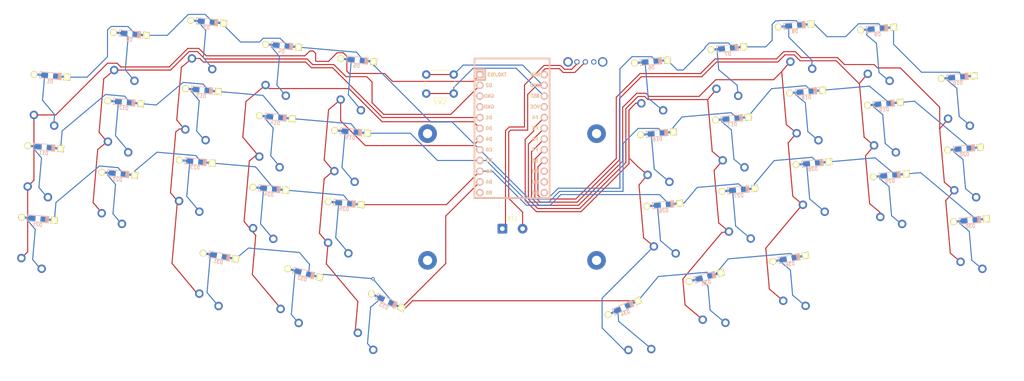
<source format=kicad_pcb>
(kicad_pcb (version 20211014) (generator pcbnew)
  (layers (0 "F.Cu" signal) (31 "B.Cu" signal) (34 "B.Paste" user) (35 "F.Paste" user) (36 "B.SilkS" user "B.Silkscreen") (37 "F.SilkS" user "F.Silkscreen") (38 "B.Mask" user) (39 "F.Mask" user) (44 "Edge.Cuts" user))
  (net 0 "")
  (net 1 "GND")
  (net 2 "Net-(BT1-Pad1)")
  (net 3 "ROW0")
  (net 4 "Net-(D1-Pad2)")
  (net 5 "Net-(D2-Pad2)")
  (net 6 "Net-(D3-Pad2)")
  (net 7 "Net-(D4-Pad2)")
  (net 8 "Net-(D5-Pad2)")
  (net 9 "Net-(D6-Pad2)")
  (net 10 "Net-(D7-Pad2)")
  (net 11 "Net-(D8-Pad2)")
  (net 12 "Net-(D9-Pad2)")
  (net 13 "Net-(D10-Pad2)")
  (net 14 "ROW1")
  (net 15 "Net-(D11-Pad2)")
  (net 16 "Net-(D12-Pad2)")
  (net 17 "Net-(D13-Pad2)")
  (net 18 "Net-(D14-Pad2)")
  (net 19 "Net-(D15-Pad2)")
  (net 20 "Net-(D16-Pad2)")
  (net 21 "Net-(D17-Pad2)")
  (net 22 "Net-(D18-Pad2)")
  (net 23 "Net-(D19-Pad2)")
  (net 24 "Net-(D20-Pad2)")
  (net 25 "ROW2")
  (net 26 "Net-(D21-Pad2)")
  (net 27 "Net-(D22-Pad2)")
  (net 28 "Net-(D23-Pad2)")
  (net 29 "Net-(D24-Pad2)")
  (net 30 "Net-(D25-Pad2)")
  (net 31 "Net-(D26-Pad2)")
  (net 32 "Net-(D27-Pad2)")
  (net 33 "Net-(D28-Pad2)")
  (net 34 "Net-(D29-Pad2)")
  (net 35 "Net-(D30-Pad2)")
  (net 36 "ROW3")
  (net 37 "Net-(D31-Pad2)")
  (net 38 "Net-(D32-Pad2)")
  (net 39 "Net-(D33-Pad2)")
  (net 40 "Net-(D34-Pad2)")
  (net 41 "Net-(D35-Pad2)")
  (net 42 "Net-(D36-Pad2)")
  (net 43 "Net-(SW1-Pad3)")
  (net 44 "RST")
  (net 45 "COL0")
  (net 46 "COL1")
  (net 47 "COL2")
  (net 48 "COL3")
  (net 49 "COL4")
  (net 50 "COL5")
  (net 51 "COL7")
  (net 52 "COL8")
  (net 53 "COL9")
  (net 54 "COL6")
  (net 55 "+BATT")
  (net 56 "Net-(U1-Pad12)")
  (net 57 "VCC")
  (net 58 "Net-(U1-Pad15)")
  (net 59 "Net-(U1-Pad14)")
  (net 60 "Net-(U1-Pad13)")
  (net 61 "Net-(U1-Pad4)")
  (net 62 "Net-(U1-Pad3)")
  (footprint "custom-parts:OS102011MA1QN1" (layer "F.Cu") (at 13.575 -77.525)
    (fp_text reference "SW1" hide)
    (fp_text value "SW_SPDT")
  )
  (footprint "custom-parts:customchocfootprint" (layer "F.Cu") (at -55.666727 -41.528217 -5)
    (fp_text reference "SW26")
    (fp_text value "SW_Push" hide)
  )
  (footprint "Button_Switch_THT:SW_PUSH_6mm" (layer "F.Cu") (at -13.477393 -70.040403 180)
    (fp_text reference "SW2")
    (fp_text value "SW_Push")
  )
  (footprint "Keebio-Parts:Diode-Hybrid-Back" (layer "F.Cu") (at -108.901259 -74.254225 -5)
    (fp_text reference "D1")
    (fp_text value "D_Small" hide)
  )
  (footprint "Keebio-Parts:Diode-Hybrid-Back" (layer "F.Cu") (at -90.116774 -84.151836 -5)
    (fp_text reference "D2")
    (fp_text value "D_Small" hide)
  )
  (footprint "Keebio-Parts:Diode-Hybrid-Back" (layer "F.Cu") (at -71.828774 -87.009336 -5)
    (fp_text reference "D3")
    (fp_text value "D_Small" hide)
  )
  (footprint "Keebio-Parts:Diode-Hybrid-Back" (layer "F.Cu") (at -54.096106 -81.356261 -5)
    (fp_text reference "D4")
    (fp_text value "D_Small" hide)
  )
  (footprint "Keebio-Parts:Diode-Hybrid-Back" (layer "F.Cu") (at -36.32076 -77.937225 -5)
    (fp_text reference "D5")
    (fp_text value "D_Small" hide)
  )
  (footprint "Keebio-Parts:Diode-Hybrid-Back" (layer "F.Cu") (at -110.411274 -57.335836 -5)
    (fp_text reference "D11")
    (fp_text value "D_Small" hide)
  )
  (footprint "Keebio-Parts:Diode-Hybrid-Back" (layer "F.Cu") (at -91.450419 -67.990133 -5)
    (fp_text reference "D12")
    (fp_text value "D_Small" hide)
  )
  (footprint "Keebio-Parts:Diode-Hybrid-Back" (layer "F.Cu") (at -37.78126 -60.982725 -5)
    (fp_text reference "D15")
    (fp_text value "D_Small" hide)
  )
  (footprint "Keebio-Parts:Diode-Hybrid-Back" (layer "F.Cu") (at -73.073274 -70.861337 -5)
    (fp_text reference "D13")
    (fp_text value "D_Small" hide)
  )
  (footprint "Keebio-Parts:Diode-Hybrid-Back" (layer "F.Cu") (at -55.608446 -64.442854 -5)
    (fp_text reference "D14")
    (fp_text value "D_Small" hide)
  )
  (footprint "custom-parts:customchocfootprint" (layer "F.Cu") (at -68.112197 -25.55839 -10)
    (fp_text reference "SW33")
    (fp_text value "SW_Push" hide)
  )
  (footprint "custom-parts:customchocfootprint" (layer "F.Cu") (at -48.647398 -21.436235 -15)
    (fp_text reference "SW34")
    (fp_text value "SW_Push" hide)
  )
  (footprint "custom-parts:customchocfootprint" (layer "F.Cu") (at -30.040361 -14.736459 -25)
    (fp_text reference "SW35")
    (fp_text value "SW_Push" hide)
  )
  (footprint "custom-parts:customchocfootprint" (layer "F.Cu") (at -52.702996 -75.403816 -5)
    (fp_text reference "SW6")
    (fp_text value "SW_Push" hide)
  )
  (footprint "custom-parts:customchocfootprint" (layer "F.Cu") (at -71.6917 -64.888778 -5)
    (fp_text reference "SW15")
    (fp_text value "SW_Push" hide)
  )
  (footprint "custom-parts:customchocfootprint" (layer "F.Cu") (at -70.130924 -81.694126 -5)
    (fp_text reference "SW5")
    (fp_text value "SW_Push" hide)
  )
  (footprint "custom-parts:customchocfootprint" (layer "F.Cu") (at -109.010209 -51.389933 -5)
    (fp_text reference "SW13")
    (fp_text value "SW_Push" hide)
  )
  (footprint "custom-parts:customchocfootprint" (layer "F.Cu") (at -34.935344 -71.962167 -5)
    (fp_text reference "SW7")
    (fp_text value "SW_Push" hide)
  )
  (footprint "custom-parts:customchocfootprint" (layer "F.Cu") (at -90.01279 -62.004591 -5)
    (fp_text reference "SW14")
    (fp_text value "SW_Push" hide)
  )
  (footprint "custom-parts:customchocfootprint" (layer "F.Cu") (at -54.184644 -58.468507 -5)
    (fp_text reference "SW16")
    (fp_text value "SW_Push" hide)
  )
  (footprint "custom-parts:customchocfootprint" (layer "F.Cu") (at -88.531142 -78.939901 -5)
    (fp_text reference "SW4")
    (fp_text value "SW_Push" hide)
  )
  (footprint "custom-parts:customchocfootprint" (layer "F.Cu") (at -107.528562 -68.325244 -5)
    (fp_text reference "SW3")
    (fp_text value "SW_Push" hide)
  )
  (footprint "Keebio-Parts:Diode-Hybrid-Back" (layer "F.Cu") (at -111.883432 -40.403743 -5)
    (fp_text reference "D21")
    (fp_text value "D_Small" hide)
  )
  (footprint "Keebio-Parts:Diode-Hybrid-Back" (layer "F.Cu") (at -92.896932 -51.071743 -5)
    (fp_text reference "D22")
    (fp_text value "D_Small" hide)
  )
  (footprint "Keebio-Parts:Diode-Hybrid-Back" (layer "F.Cu") (at -74.543105 -53.924261 -5)
    (fp_text reference "D23")
    (fp_text value "D_Small" hide)
  )
  (footprint "Keebio-Parts:Diode-Hybrid-Back" (layer "F.Cu") (at -57.082933 -47.515742 -5)
    (fp_text reference "D24")
    (fp_text value "D_Small" hide)
  )
  (footprint "Keebio-Parts:Diode-Hybrid-Back" (layer "F.Cu") (at -39.300605 -44.081761 -5)
    (fp_text reference "D25")
    (fp_text value "D_Small" hide)
  )
  (footprint "Keebio-Parts:Diode-Hybrid-Back" (layer "F.Cu") (at -68.957433 -31.577244 -10)
    (fp_text reference "D31")
    (fp_text value "D_Small" hide)
  )
  (footprint "custom-parts:customchocfootprint" (layer "F.Cu") (at -73.173347 -47.953468 -5)
    (fp_text reference "SW25")
    (fp_text value "SW_Push" hide)
  )
  (footprint "Keebio-Parts:Diode-Hybrid-Back" (layer "F.Cu") (at -48.973729 -27.558089 -15)
    (fp_text reference "D32")
    (fp_text value "D_Small" hide)
  )
  (footprint "Keebio-Parts:Diode-Hybrid-Back" (layer "F.Cu") (at -29.396933 -20.972743 -25)
    (fp_text reference "D33")
    (fp_text value "D_Small" hide)
  )
  (footprint "custom-parts:customchocfootprint" (layer "F.Cu") (at -36.416991 -55.026857 -5)
    (fp_text reference "SW17")
    (fp_text value "SW_Push" hide)
  )
  (footprint "custom-parts:customchocfootprint" (layer "F.Cu") (at -110.492293 -34.449642 -5)
    (fp_text reference "SW23")
    (fp_text value "SW_Push" hide)
  )
  (footprint "custom-parts:customchocfootprint" (layer "F.Cu") (at -91.494873 -45.0643 -5)
    (fp_text reference "SW24")
    (fp_text value "SW_Push" hide)
  )
  (footprint "Keebio-Parts:Diode-Hybrid-Back" (layer "F.Cu") (at 33.207257 -77.599758 5)
    (fp_text reference "D6")
    (fp_text value "D_Small" hide)
  )
  (footprint "Keebio-Parts:Diode-Hybrid-Back" (layer "F.Cu") (at 51.309649 -80.753105 5)
    (fp_text reference "D7")
    (fp_text value "D_Small" hide)
  )
  (footprint "Keebio-Parts:Diode-Hybrid-Back" (layer "F.Cu") (at 67.195102 -86.152293 5)
    (fp_text reference "D8")
    (fp_text value "D_Small" hide)
  )
  (footprint "Keebio-Parts:Diode-Hybrid-Back" (layer "F.Cu") (at 86.73543 -85.399776 5)
    (fp_text reference "D9")
    (fp_text value "D_Small" hide)
  )
  (footprint "custom-parts:customchocfootprint" (layer "F.Cu") (at 49.301725 -21.481066 15)
    (fp_text reference "SW37")
    (fp_text value "SW_Push" hide)
  )
  (footprint "custom-parts:customchocfootprint" (layer "F.Cu") (at 73.815253 -47.939492 5)
    (fp_text reference "SW30")
    (fp_text value "SW_Push" hide)
  )
  (footprint "custom-parts:customchocfootprint" (layer "F.Cu") (at 92.13678 -45.050322 5)
    (fp_text reference "SW31")
    (fp_text value "SW_Push" hide)
  )
  (footprint "custom-parts:customchocfootprint" (layer "F.Cu") (at 30.784651 -14.902162 25)
    (fp_text reference "SW36")
    (fp_text value "SW_Push" hide)
  )
  (footprint "custom-parts:customchocfootprint" (layer "F.Cu") (at 68.776487 -25.604092 10)
    (fp_text reference "SW38")
    (fp_text value "SW_Push" hide)
  )
  (footprint "custom-parts:customchocfootprint" (layer "F.Cu") (at 35.577248 -71.948188 5)
    (fp_text reference "SW8")
    (fp_text value "SW_Push" hide)
  )
  (footprint "custom-parts:customchocfootprint" (layer "F.Cu") (at 72.333607 -64.874805 5)
    (fp_text reference "SW20")
    (fp_text value "SW_Push" hide)
  )
  (footprint "custom-parts:customchocfootprint" (layer "F.Cu") (at 56.30683 -41.597899 5)
    (fp_text reference "SW29")
    (fp_text value "SW_Push" hide)
  )
  (footprint "Keebio-Parts:Diode-Hybrid-Back" (layer "F.Cu") (at 26.602098 -19.345111 25)
    (fp_text reference "D34")
    (fp_text value "D_Small" hide)
  )
  (footprint "Keebio-Parts:Diode-Hybrid-Back" (layer "F.Cu") (at 45.987225 -26.585621 15)
    (fp_text reference "D35")
    (fp_text value "D_Small" hide)
  )
  (footprint "custom-parts:customchocfootprint" (layer "F.Cu") (at 70.852832 -81.800151 5)
    (fp_text reference "SW10")
    (fp_text value "SW_Push" hide)
  )
  (footprint "custom-parts:customchocfootprint" (layer "F.Cu") (at 108.170467 -68.311272 5)
    (fp_text reference "SW12")
    (fp_text value "SW_Push" hide)
  )
  (footprint "Keebio-Parts:Diode-Hybrid-Back" (layer "F.Cu") (at 65.921909 -30.996156 10)
    (fp_text reference "D36")
    (fp_text value "D_Small" hide)
  )
  (footprint "custom-parts:customchocfootprint" (layer "F.Cu") (at 53.344901 -75.389841 5)
    (fp_text reference "SW9")
    (fp_text value "SW_Push" hide)
  )
  (footprint "custom-parts:customchocfootprint" (layer "F.Cu") (at 89.173048 -78.925925 5)
    (fp_text reference "SW11")
    (fp_text value "SW_Push" hide)
  )
  (footprint "Keebio-Parts:Diode-Hybrid-Back" (layer "F.Cu") (at 53.903602 -47.236794 5)
    (fp_text reference "D27")
    (fp_text value "D_Small" hide)
  )
  (footprint "Keebio-Parts:Diode-Hybrid-Back" (layer "F.Cu") (at 88.308943 -67.597887 5)
    (fp_text reference "D19")
    (fp_text value "D_Small" hide)
  )
  (footprint "custom-parts:customchocfootprint" (layer "F.Cu") (at 37.058895 -55.012882 5)
    (fp_text reference "SW18")
    (fp_text value "SW_Push" hide)
  )
  (footprint "custom-parts:customchocfootprint" (layer "F.Cu") (at 109.652116 -51.375959 5)
    (fp_text reference "SW22")
    (fp_text value "SW_Push" hide)
  )
  (footprint "custom-parts:customchocfootprint" (layer "F.Cu") (at 111.134198 -34.43567 5)
    (fp_text reference "SW32")
    (fp_text value "SW_Push" hide)
  )
  (footprint "Keebio-Parts:Diode-Hybrid-Back" (layer "F.Cu") (at 105.785429 -73.911776 5)
    (fp_text reference "D10")
    (fp_text value "D_Small" hide)
  )
  (footprint "Keebio-Parts:Diode-Hybrid-Back" (layer "F.Cu") (at 107.295442 -56.993386 5)
    (fp_text reference "D20")
    (fp_text value "D_Small" hide)
  )
  (footprint "Keebio-Parts:Diode-Hybrid-Back" (layer "F.Cu") (at 36.12593 -43.708182 5)
    (fp_text reference "D26")
    (fp_text value "D_Small" hide)
  )
  (footprint "Keebio-Parts:Diode-Hybrid-Back" (layer "F.Cu") (at 71.434257 -53.533258 5)
    (fp_text reference "D28")
    (fp_text value "D_Small" hide)
  )
  (footprint "Keebio-Parts:Diode-Hybrid-Back" (layer "F.Cu") (at 89.71993 -50.670777 5)
    (fp_text reference "D29")
    (fp_text value "D_Small" hide)
  )
  (footprint "Keebio-Parts:Diode-Hybrid-Back" (layer "F.Cu") (at 34.651443 -60.612887 5)
    (fp_text reference "D16")
    (fp_text value "D_Small" hide)
  )
  (footprint "Keebio-Parts:Diode-Hybrid-Back" (layer "F.Cu") (at 52.367943 -64.105387 5)
    (fp_text reference "D17")
    (fp_text value "D_Small" hide)
  )
  (footprint "Keebio-Parts:Diode-Hybrid-Back" (layer "F.Cu") (at 108.720417 -40.030165 5)
    (fp_text reference "D30")
    (fp_text value "D_Small" hide)
  )
  (footprint "Keebio-Parts:Diode-Hybrid-Back" (layer "F.Cu") (at 69.90793 -70.482776 5)
    (fp_text reference "D18")
    (fp_text value "D_Small" hide)
  )
  (footprint "custom-parts:customchocfootprint" (layer "F.Cu") (at 90.654696 -61.990612 5)
    (fp_text reference "SW21")
    (fp_text value "SW_Push" hide)
  )
  (footprint "custom-parts:customchocfootprint" (layer "F.Cu") (at 54.82655 -58.454533 5)
    (fp_text reference "SW19")
    (fp_text value "SW_Push" hide)
  )
  (footprint "custom-parts:customchocfootprint" (layer "F.Cu") (at 38.540548 -38.077572 5)
    (fp_text reference "SW28")
    (fp_text value "SW_Push" hide)
  )
  (footprint "MountingHole:MountingHole_2.2mm_M2_Pad" (layer "F.Cu") (at -19.675 -30.55)
    (fp_text reference "REF**" hide)
    (fp_text value "MountingHole_2.2mm_M2_Pad")
  )
  (footprint "MountingHole:MountingHole_2.2mm_M2_Pad" (layer "F.Cu") (at 20.325 -30.55)
    (fp_text reference "REF**" hide)
    (fp_text value "MountingHole_2.2mm_M2_Pad")
  )
  (footprint "MountingHole:MountingHole_2.2mm_M2_Pad" (layer "F.Cu") (at 20.325 -60.55)
    (fp_text reference "REF**" hide)
    (fp_text value "MountingHole_2.2mm_M2_Pad")
  )
  (footprint "MountingHole:MountingHole_2.2mm_M2_Pad" (layer "F.Cu") (at -19.675 -60.55)
    (fp_text reference "REF**" hide)
    (fp_text value "MountingHole_2.2mm_M2_Pad")
  )
  (footprint "Connector_Wire:battery" (layer "F.Cu") (at -1.975 -38.05)
    (fp_text reference "BT1")
    (fp_text value "Battery_Cell")
  )
  (footprint "custom-parts:customchocfootprint" (layer "F.Cu") (at -37.898639 -38.091547 -5)
    (fp_text reference "SW27")
    (fp_text value "SW_Push" hide)
  )
  (footprint "Keebio-Parts:ArduinoProMicro" (layer "F.Cu") (at 0.325 -60.55 -90)
    (fp_text reference "U1" hide)
    (fp_text value "ProMicro" hide)
  )
  (segment (start 4.014336 -61.37501) (end 4.014336 -69.80866) (width 0.25) (layer "F.Cu") (net 1))
  (segment (start 4.014336 -69.80866) (end 6.205676 -72) (width 0.25) (layer "F.Cu") (net 1))
  (segment (start 2.838 -41.926326) (end 2.825 -41.913326) (width 0.25) (layer "F.Cu") (net 1))
  (segment (start -0.005337 -44.769663) (end -0.47501 -45.239336) (width 0.25) (layer "F.Cu") (net 1))
  (segment (start -0.47501 -60.935664) (end -0.035664 -61.37501) (width 0.25) (layer "F.Cu") (net 1))
  (segment (start 6.205676 -72) (end 7.65 -72) (width 0.25) (layer "F.Cu") (net 1))
  (segment (start -19.977393 -74.540403) (end -13.609597 -74.540403) (width 0.25) (layer "F.Cu") (net 1))
  (segment (start 2.825 -41.913326) (end 2.825 -38.05) (width 0.25) (layer "F.Cu") (net 1))
  (segment (start -0.47501 -45.239336) (end -0.47501 -60.935664) (width 0.25) (layer "F.Cu") (net 1))
  (segment (start 2.838 -41.926326) (end -0.005337 -44.769663) (width 0.25) (layer "F.Cu") (net 1))
  (segment (start -0.035664 -61.37501) (end 4.014336 -61.37501) (width 0.25) (layer "F.Cu") (net 1))
  (segment (start -11.246485 -76.771311) (end 2.828689 -76.771311) (width 0.25) (layer "B.Cu") (net 1))
  (segment (start 2.828689 -76.771311) (end 7.675 -71.925) (width 0.25) (layer "B.Cu") (net 1))
  (segment (start -13.477393 -74.540403) (end -11.246485 -76.771311) (width 0.25) (layer "B.Cu") (net 1))
  (segment (start 3.264326 -72.061252) (end 7.888073 -76.684999) (width 0.25) (layer "F.Cu") (net 2))
  (segment (start 14.415001 -75.774999) (end 15.525 -76.884998) (width 0.25) (layer "F.Cu") (net 2))
  (segment (start 7.888073 -76.684999) (end 11.824999 -76.684999) (width 0.25) (layer "F.Cu") (net 2))
  (segment (start -0.346328 -62.12502) (end 3.22502 -62.12502) (width 0.25) (layer "F.Cu") (net 2))
  (segment (start 3.22502 -62.12502) (end 3.264326 -62.164326) (width 0.25) (layer "F.Cu") (net 2))
  (segment (start 15.525 -76.884998) (end 15.525 -77.45) (width 0.25) (layer "F.Cu") (net 2))
  (segment (start 11.824999 -76.684999) (end 12.734999 -75.774999) (width 0.25) (layer "F.Cu") (net 2))
  (segment (start 3.264326 -62.164326) (end 3.264326 -72.061252) (width 0.25) (layer "F.Cu") (net 2))
  (segment (start -1.22502 -44.928672) (end -1.225019 -61.246329) (width 0.25) (layer "F.Cu") (net 2))
  (segment (start 12.734999 -75.774999) (end 14.415001 -75.774999) (width 0.25) (layer "F.Cu") (net 2))
  (segment (start -1.225019 -61.246329) (end -0.346328 -62.12502) (width 0.25) (layer "F.Cu") (net 2))
  (segment (start -1.22502 -44.928672) (end -1.22502 -38.99998) (width 0.25) (layer "F.Cu") (net 2))
  (segment (start -7.675 -56.575) (end -7.325 -56.575) (width 0.25) (layer "F.Cu") (net 3))
  (segment (start -32.435601 -77.597318) (end -32.435601 -76.694263) (width 0.25) (layer "F.Cu") (net 3))
  (segment (start -32.435601 -76.694263) (end -32.404411 -76.663073) (width 0.25) (layer "F.Cu") (net 3))
  (segment (start 107.074586 -74.273512) (end 107.095662 -74.032603) (width 0.25) (layer "B.Cu") (net 3))
  (segment (start 28.723436 -78.770191) (end 33.373361 -78.770191) (width 0.25) (layer "B.Cu") (net 3))
  (segment (start 37.092416 -77.939665) (end 39.419923 -75.612158) (width 0.25) (layer "B.Cu") (net 3))
  (segment (start 87.081698 -86.570199) (end 88.130103 -85.521794) (width 0.25) (layer "B.Cu") (net 3))
  (segment (start -67.943615 -86.238945) (end -63.939835 -82.235165) (width 0.25) (layer "B.Cu") (net 3))
  (segment (start 51.579445 -82) (end 52.704322 -80.875123) (width 0.25) (layer "B.Cu") (net 3))
  (segment (start 82.345346 -86.570199) (end 87.081698 -86.570199) (width 0.25) (layer "B.Cu") (net 3))
  (segment (start -7.075 -56.55) (end -7.2 -56.675) (width 0.25) (layer "B.Cu") (net 3))
  (segment (start 39.419923 -75.612158) (end 40.815189 -75.612158) (width 0.25) (layer "B.Cu") (net 3))
  (segment (start 46.996037 -82) (end 51.579445 -82) (width 0.25) (layer "B.Cu") (net 3))
  (segment (start 90.620589 -85.739683) (end 90.620589 -81.704398) (width 0.25) (layer "B.Cu") (net 3))
  (segment (start 55.194808 -81.093012) (end 60.368012 -81.093012) (width 0.25) (layer "B.Cu") (net 3))
  (segment (start 63.375 -87.237386) (end 63.46033 -87.322716) (width 0.25) (layer "B.Cu") (net 3))
  (segment (start 45.99949 -81.003453) (end 46.996037 -82) (width 0.25) (layer "B.Cu") (net 3))
  (segment (start 67.54137 -87.322716) (end 68.589775 -86.274311) (width 0.25) (layer "B.Cu") (net 3))
  (segment (start 90.620589 -81.704398) (end 97.242788 -75.082199) (width 0.25) (layer "B.Cu") (net 3))
  (segment (start -32.435601 -76.794262) (end -18.941339 -63.3) (width 0.25) (layer "B.Cu") (net 3))
  (segment (start 45.99949 -80.796459) (end 45.99949 -81.003453) (width 0.25) (layer "B.Cu") (net 3))
  (segment (start 8.7037 -45.0787) (end 11.25002 -47.62502) (width 0.25) (layer "B.Cu") (net 3))
  (segment (start 60.368012 -81.093012) (end 61.884943 -82.609943) (width 0.25) (layer "B.Cu") (net 3))
  (segment (start -54.588358 -83.121168) (end -52.701433 -81.234243) (width 0.25) (layer "B.Cu") (net 3))
  (segment (start 4.3663 -45.0787) (end 8.7037 -45.0787) (width 0.25) (layer "B.Cu") (net 3))
  (segment (start -95.426933 -78.748067) (end -100.260682 -73.914318) (width 0.25) (layer "B.Cu") (net 3))
  (segment (start -90.609026 -85.916743) (end -94.592188 -85.916743) (width 0.25) (layer "B.Cu") (net 3))
  (segment (start 74.871008 -83.504509) (end 79.279656 -83.504509) (width 0.25) (layer "B.Cu") (net 3))
  (segment (start -88.722101 -84.029818) (end -90.609026 -85.916743) (width 0.25) (layer "B.Cu") (net 3))
  (segment (start 61.884943 -86.402641) (end 62.719688 -87.237386) (width 0.25) (layer "B.Cu") (net 3))
  (segment (start 79.279656 -83.504509) (end 82.345346 -86.570199) (width 0.25) (layer "B.Cu") (net 3))
  (segment (start -63.939835 -82.235165) (end -59.457523 -82.235165) (width 0.25) (layer "B.Cu") (net 3))
  (segment (start 11.25002 -47.62502) (end 25.84999 -47.62502) (width 0.25) (layer "B.Cu") (net 3))
  (segment (start -72.321026 -88.774243) (end -70.434101 -86.887318) (width 0.25) (layer "B.Cu") (net 3))
  (segment (start 62.719688 -87.237386) (end 63.375 -87.237386) (width 0.25) (layer "B.Cu") (net 3))
  (segment (start -67.943615 -86.669429) (end -67.943615 -86.238945) (width 0.25) (layer "B.Cu") (net 3))
  (segment (start 34.421776 -77.721776) (end 34.60193 -77.721776) (width 0.25) (layer "B.Cu") (net 3))
  (segment (start 106.131697 -75.082199) (end 107.180102 -74.033794) (width 0.25) (layer "B.Cu") (net 3))
  (segment (start -94.592188 -85.916743) (end -95.426933 -85.081998) (width 0.25) (layer "B.Cu") (net 3))
  (segment (start -100.260682 -73.914318) (end -105.0161 -73.914318) (width 0.25) (layer "B.Cu") (net 3))
  (segment (start 25.84999 -75.896745) (end 28.723436 -78.770191) (width 0.25) (layer "B.Cu") (net 3))
  (segment (start 71.080261 -86.4922) (end 71.883317 -86.4922) (width 0.25) (layer "B.Cu") (net 3))
  (segment (start -51.605619 -81.138371) (end -36.466883 -79.813904) (width 0.25) (layer "B.Cu") (net 3))
  (segment (start 33.373361 -78.770191) (end 34.421776 -77.721776) (width 0.25) (layer "B.Cu") (net 3))
  (segment (start -7.075 -56.201926) (end -7.075 -56.55) (width 0.25) (layer "B.Cu") (net 3))
  (segment (start -58.57152 -83.121168) (end -54.588358 -83.121168) (width 0.25) (layer "B.Cu") (net 3))
  (segment (start -95.426933 -85.081998) (end -95.426933 -78.748067) (width 0.25) (layer "B.Cu") (net 3))
  (segment (start 40.815189 -75.612158) (end 45.99949 -80.796459) (width 0.25) (layer "B.Cu") (net 3))
  (segment (start -76.304188 -88.774243) (end -72.321026 -88.774243) (width 0.25) (layer "B.Cu") (net 3))
  (segment (start 71.883317 -86.4922) (end 74.871008 -83.504509) (width 0.25) (layer "B.Cu") (net 3))
  (segment (start -81.266502 -83.811929) (end -76.304188 -88.774243) (width 0.25) (layer "B.Cu") (net 3))
  (segment (start 25.84999 -47.62502) (end 25.84999 -75.896745) (width 0.25) (layer "B.Cu") (net 3))
  (segment (start 61.884943 -82.609943) (end 61.884943 -86.402641) (width 0.25) (layer "B.Cu") (net 3))
  (segment (start 63.46033 -87.322716) (end 67.54137 -87.322716) (width 0.25) (layer "B.Cu") (net 3))
  (segment (start -18.941339 -63.3) (end -13.855 -63.3) (width 0.25) (layer "B.Cu") (net 3))
  (segment (start 97.242788 -75.082199) (end 106.131697 -75.082199) (width 0.25) (layer "B.Cu") (net 3))
  (segment (start -59.457523 -82.235165) (end -58.57152 -83.121168) (width 0.25) (layer "B.Cu") (net 3))
  (segment (start -13.855 -63.3) (end -7.295 -56.74) (width 0.25) (layer "B.Cu") (net 3))
  (segment (start -7.295 -56.74) (end 4.3663 -45.0787) (width 0.25) (layer "B.Cu") (net 3))
  (segment (start -36.466883 -79.813904) (end -34.923355 -77.974398) (width 0.25) (layer "B.Cu") (net 3))
  (segment (start -86.231615 -83.811929) (end -81.266502 -83.811929) (width 0.25) (layer "B.Cu") (net 3))
  (segment (start -32.435601 -77.597318) (end -32.435601 -76.794262) (width 0.25) (layer "B.Cu") (net 3))
  (segment (start -107.953055 -65.045817) (end -108.234626 -61.827453) (width 0.25) (layer "B.Cu") (net 4))
  (segment (start -110.295932 -74.376243) (end -110.813948 -68.455296) (width 0.25) (layer "B.Cu") (net 4))
  (segment (start -110.813948 -68.455296) (end -107.953055 -65.045817) (width 0.25) (layer "B.Cu") (net 4))
  (segment (start -91.212517 -75.643242) (end -89.37463 -73.452934) (width 0.25) (layer "B.Cu") (net 5))
  (segment (start -91.312208 -84.256423) (end -90.539525 -83.335575) (width 0.25) (layer "B.Cu") (net 5))
  (segment (start -90.539525 -83.335575) (end -91.212517 -75.643242) (width 0.25) (layer "B.Cu") (net 5))
  (segment (start -91.511447 -84.273854) (end -91.312208 -84.256423) (width 0.25) (layer "B.Cu") (net 5))
  (segment (start -72.179739 -84.952458) (end -72.74029 -78.545324) (width 0.25) (layer "B.Cu") (net 6))
  (segment (start -73.297529 -86.284589) (end -72.179739 -84.952458) (width 0.25) (layer "B.Cu") (net 6))
  (segment (start -72.74029 -78.545324) (end -70.924221 -76.381017) (width 0.25) (layer "B.Cu") (net 6))
  (segment (start -73.223447 -87.131354) (end -73.297529 -86.284589) (width 0.25) (layer "B.Cu") (net 6))
  (segment (start -56.586593 -81.57415) (end -56.630171 -81.076053) (width 0.25) (layer "B.Cu") (net 7))
  (segment (start -55.333054 -72.018501) (end -53.139594 -69.404437) (width 0.25) (layer "B.Cu") (net 7))
  (segment (start -54.737917 -78.820953) (end -55.333054 -72.018501) (width 0.25) (layer "B.Cu") (net 7))
  (segment (start -56.630171 -81.076053) (end -54.737917 -78.820953) (width 0.25) (layer "B.Cu") (net 7))
  (segment (start -37.715433 -78.059243) (end -38.441207 -69.763603) (width 0.25) (layer "B.Cu") (net 8))
  (segment (start -38.441207 -69.763603) (end -35.701502 -66.498549) (width 0.25) (layer "B.Cu") (net 8))
  (segment (start 31.812584 -77.47774) (end 32.560035 -68.934334) (width 0.25) (layer "B.Cu") (net 9))
  (segment (start 32.560035 -68.934334) (end 35.884122 -66.145094) (width 0.25) (layer "B.Cu") (net 9))
  (segment (start 53.60248 -71.997447) (end 53.821052 -69.499163) (width 0.25) (layer "B.Cu") (net 10))
  (segment (start 49.246328 -75.652693) (end 53.60248 -71.997447) (width 0.25) (layer "B.Cu") (net 10))
  (segment (start 48.819163 -80.535215) (end 49.246328 -75.652693) (width 0.25) (layer "B.Cu") (net 10))
  (segment (start 64.704616 -85.934404) (end 64.748194 -85.436307) (width 0.25) (layer "B.Cu") (net 11))
  (segment (start 65.800429 -86.030275) (end 65.800429 -83.411552) (width 0.25) (layer "B.Cu") (net 11))
  (segment (start 71.3 -77.911981) (end 71.3 -75.8) (width 0.25) (layer "B.Cu") (net 11))
  (segment (start 65.800429 -83.411552) (end 71.3 -77.911981) (width 0.25) (layer "B.Cu") (net 11))
  (segment (start 86.575014 -81.945193) (end 87.17953 -75.035547) (width 0.25) (layer "B.Cu") (net 12))
  (segment (start 87.17953 -75.035547) (end 89.454494 -73.126626) (width 0.25) (layer "B.Cu") (net 12))
  (segment (start 84.244943 -85.181886) (end 84.288521 -84.683789) (width 0.25) (layer "B.Cu") (net 12))
  (segment (start 84.288521 -83.863789) (end 86.575014 -81.945193) (width 0.25) (layer "B.Cu") (net 12))
  (segment (start 84.288521 -84.683789) (end 84.288521 -83.863789) (width 0.25) (layer "B.Cu") (net 12))
  (segment (start 108.746574 -62.448408) (end 108.87309 -62.459477) (width 0.25) (layer "B.Cu") (net 13))
  (segment (start 106.159605 -64.619132) (end 108.746574 -62.448408) (width 0.25) (layer "B.Cu") (net 13))
  (segment (start 103.294943 -73.693886) (end 103.33852 -73.195789) (width 0.25) (layer "B.Cu") (net 13))
  (segment (start 103.33852 -73.195789) (end 105.573305 -71.320582) (width 0.25) (layer "B.Cu") (net 13))
  (segment (start 105.573305 -71.320582) (end 106.159605 -64.619132) (width 0.25) (layer "B.Cu") (net 13))
  (segment (start 54.85843 -64.323276) (end 56.053863 -64.427863) (width 0.25) (layer "B.Cu") (net 14))
  (segment (start 38.536602 -60.952794) (end 38.445088 -61.998799) (width 0.25) (layer "B.Cu") (net 14))
  (segment (start 84.895484 -71.794017) (end 89.528763 -67.906234) (width 0.25) (layer "B.Cu") (net 14))
  (segment (start 73.793089 -70.822683) (end 84.895484 -71.794017) (width 0.25) (layer "B.Cu") (net 14))
  (segment (start 61.734822 -71.198166) (end 69.814418 -71.905039) (width 0.25) (layer "B.Cu") (net 14))
  (segment (start 56.053863 -64.427863) (end 61.734822 -71.198166) (width 0.25) (layer "B.Cu") (net 14))
  (segment (start 38.445088 -61.998799) (end 40.545074 -64.501464) (width 0.25) (layer "B.Cu") (net 14))
  (segment (start 52.141419 -65.516013) (end 53.642288 -64.256634) (width 0.25) (layer "B.Cu") (net 14))
  (segment (start 108.693819 -57.222752) (end 108.694327 -57.216947) (width 0.25) (layer "B.Cu") (net 14))
  (segment (start 95.571938 -68.233317) (end 108.693819 -57.222752) (width 0.25) (layer "B.Cu") (net 14))
  (segment (start 92.194102 -67.937795) (end 95.571938 -68.233317) (width 0.25) (layer "B.Cu") (net 14))
  (segment (start 40.545074 -64.501464) (end 52.141419 -65.516013) (width 0.25) (layer "B.Cu") (net 14))
  (segment (start 69.814418 -71.905039) (end 71.313566 -70.647105) (width 0.25) (layer "B.Cu") (net 14))
  (segment (start 4.05564 -44.3287) (end -5.81566 -54.2) (width 0.25) (layer "B.Cu") (net 14))
  (segment (start -95.89278 -69.809233) (end -91.361382 -69.412787) (width 0.25) (layer "B.Cu") (net 14))
  (segment (start -23.762972 -60.642818) (end -17.320154 -54.2) (width 0.25) (layer "B.Cu") (net 14))
  (segment (start -6.55 -54.175) (end -7.075 -54.175) (width 0.25) (layer "B.Cu") (net 14))
  (segment (start -69.188115 -70.521429) (end -58.632653 -69.597946) (width 0.25) (layer "B.Cu") (net 14))
  (segment (start -91.361382 -69.412787) (end -90.223202 -68.056356) (width 0.25) (layer "B.Cu") (net 14))
  (segment (start -83.893267 -67.328967) (end -77.515634 -72.680437) (width 0.25) (layer "B.Cu") (net 14))
  (segment (start 9.01436 -44.3287) (end 4.05564 -44.3287) (width 0.25) (layer "B.Cu") (net 14))
  (segment (start -106.158738 -61.195072) (end -95.89278 -69.809233) (width 0.25) (layer "B.Cu") (net 14))
  (segment (start -87.56526 -67.650225) (end -83.893267 -67.328967) (width 0.25) (layer "B.Cu") (net 14))
  (segment (start -53.117959 -64.224965) (end -37.7916 -62.884082) (width 0.25) (layer "B.Cu") (net 14))
  (segment (start 26.6 -58.215698) (end 26.6 -46.87501) (width 0.25) (layer "B.Cu") (net 14))
  (segment (start 30.167622 -61.78332) (end 26.6 -58.215698) (width 0.25) (layer "B.Cu") (net 14))
  (segment (start -58.632653 -69.597946) (end -54.211068 -64.328507) (width 0.25) (layer "B.Cu") (net 14))
  (segment (start 11.56067 -46.87501) (end 9.01436 -44.3287) (width 0.25) (layer "B.Cu") (net 14))
  (segment (start -106.526115 -56.995929) (end -106.158738 -61.195072) (width 0.25) (layer "B.Cu") (net 14))
  (segment (start 36.046116 -60.734905) (end 34.997701 -61.78332) (width 0.25) (layer "B.Cu") (net 14))
  (segment (start 26.6 -46.87501) (end 11.56067 -46.87501) (width 0.25) (layer "B.Cu") (net 14))
  (segment (start -77.515634 -72.680437) (end -72.778946 -72.26603) (width 0.25) (layer "B.Cu") (net 14))
  (segment (start -33.896101 -60.642818) (end -23.762972 -60.642818) (width 0.25) (layer "B.Cu") (net 14))
  (segment (start 34.997701 -61.78332) (end 30.167622 -61.78332) (width 0.25) (layer "B.Cu") (net 14))
  (segment (start -17.320154 -54.2) (end -7.295 -54.2) (width 0.25) (layer "B.Cu") (net 14))
  (segment (start -5.81566 -54.2) (end -7.295 -54.2) (width 0.25) (layer "B.Cu") (net 14))
  (segment (start -72.778946 -72.26603) (end -71.629901 -70.896652) (width 0.25) (layer "B.Cu") (net 14))
  (segment (start -37.7916 -62.884082) (end -36.185216 -60.969669) (width 0.25) (layer "B.Cu") (net 14))
  (segment (start -111.0464 -54.792561) (end -111.657264 -47.81036) (width 0.25) (layer "B.Cu") (net 15))
  (segment (start -109.781967 -45.575469) (end -109.779788 -45.600373) (width 0.25) (layer "B.Cu") (net 15))
  (segment (start -111.657264 -47.81036) (end -109.781967 -45.575469) (width 0.25) (layer "B.Cu") (net 15))
  (segment (start -112.945339 -57.055628) (end -111.0464 -54.792561) (width 0.25) (layer "B.Cu") (net 15))
  (segment (start -112.901761 -57.553725) (end -112.945339 -57.055628) (width 0.25) (layer "B.Cu") (net 15))
  (segment (start -92.845092 -68.112151) (end -93.547593 -60.082529) (width 0.25) (layer "B.Cu") (net 16))
  (segment (start -93.547593 -60.082529) (end -90.44161 -56.380965) (width 0.25) (layer "B.Cu") (net 16))
  (segment (start -74.34747 -61.209586) (end -72.585803 -59.110113) (width 0.25) (layer "B.Cu") (net 17))
  (segment (start -75.607339 -70.581129) (end -73.723939 -68.33658) (width 0.25) (layer "B.Cu") (net 17))
  (segment (start -73.723939 -68.33658) (end -74.34747 -61.209586) (width 0.25) (layer "B.Cu") (net 17))
  (segment (start -75.563761 -71.079226) (end -75.607339 -70.581129) (width 0.25) (layer "B.Cu") (net 17))
  (segment (start -58.14251 -64.162646) (end -56.220728 -61.872356) (width 0.25) (layer "B.Cu") (net 18))
  (segment (start -56.220728 -61.872356) (end -56.795093 -55.307336) (width 0.25) (layer "B.Cu") (net 18))
  (segment (start -58.098932 -64.660744) (end -58.14251 -64.162646) (width 0.25) (layer "B.Cu") (net 18))
  (segment (start -54.760714 -52.882857) (end -54.767251 -52.808143) (width 0.25) (layer "B.Cu") (net 18))
  (segment (start -56.795093 -55.307336) (end -54.760714 -52.882857) (width 0.25) (layer "B.Cu") (net 18))
  (segment (start -39.175932 -61.104743) (end -39.926151 -52.529704) (width 0.25) (layer "B.Cu") (net 19))
  (segment (start -39.926151 -52.529704) (end -37.13894 -49.208035) (width 0.25) (layer "B.Cu") (net 19))
  (segment (start 33.986885 -52.145619) (end 37.493856 -49.202921) (width 0.25) (layer "B.Cu") (net 20))
  (segment (start 33.25677 -60.490869) (end 33.986885 -52.145619) (width 0.25) (layer "B.Cu") (net 20))
  (segment (start 52.230462 -61.45156) (end 52.838871 -54.497406) (width 0.25) (layer "B.Cu") (net 21))
  (segment (start 49.877456 -63.887497) (end 49.921034 -63.3894) (width 0.25) (layer "B.Cu") (net 21))
  (segment (start 52.838871 -54.497406) (end 55.315337 -52.419405) (width 0.25) (layer "B.Cu") (net 21))
  (segment (start 49.921034 -63.3894) (end 52.230462 -61.45156) (width 0.25) (layer "B.Cu") (net 21))
  (segment (start 69.738958 -67.855372) (end 70.335731 -61.034232) (width 0.25) (layer "B.Cu") (net 22))
  (segment (start 70.335731 -61.034232) (end 72.711444 -59.040772) (width 0.25) (layer "B.Cu") (net 22))
  (segment (start 67.417443 -70.264887) (end 67.461021 -69.766789) (width 0.25) (layer "B.Cu") (net 22))
  (segment (start 67.461021 -69.766789) (end 69.738958 -67.855372) (width 0.25) (layer "B.Cu") (net 22))
  (segment (start 85.818456 -67.379998) (end 85.862034 -66.8819) (width 0.25) (layer "B.Cu") (net 23))
  (segment (start 88.651678 -58.208822) (end 91.201812 -56.069005) (width 0.25) (layer "B.Cu") (net 23))
  (segment (start 85.862034 -66.8819) (end 88.053782 -65.042806) (width 0.25) (layer "B.Cu") (net 23))
  (segment (start 88.053782 -65.042806) (end 88.651678 -58.208822) (width 0.25) (layer "B.Cu") (net 23))
  (segment (start 107.653892 -47.539373) (end 110.103273 -45.484098) (width 0.25) (layer "B.Cu") (net 24))
  (segment (start 107.051108 -54.42922) (end 107.653892 -47.539373) (width 0.25) (layer "B.Cu") (net 24))
  (segment (start 104.848533 -56.2774) (end 107.051108 -54.42922) (width 0.25) (layer "B.Cu") (net 24))
  (segment (start 104.804955 -56.775497) (end 104.848533 -56.2774) (width 0.25) (layer "B.Cu") (net 24))
  (segment (start -35.415446 -43.741854) (end -15.213146 -43.741854) (width 0.25) (layer "F.Cu") (net 25))
  (segment (start -15.213146 -43.741854) (end -7.295 -51.66) (width 0.25) (layer "F.Cu") (net 25))
  (segment (start 93.605089 -51.010684) (end 97.033085 -51.310595) (width 0.25) (layer "B.Cu") (net 25))
  (segment (start 97.033085 -51.310595) (end 109.900731 -40.513358) (width 0.25) (layer "B.Cu") (net 25))
  (segment (start 86.252235 -54.829663) (end 91.023048 -50.826476) (width 0.25) (layer "B.Cu") (net 25))
  (segment (start 57.788761 -47.576701) (end 57.697248 -48.622706) (width 0.25) (layer "B.Cu") (net 25))
  (segment (start 72.828929 -53.655276) (end 86.252235 -54.829663) (width 0.25) (layer "B.Cu") (net 25))
  (segment (start 44.139425 -47.812984) (end 53.917782 -48.668479) (width 0.25) (layer "B.Cu") (net 25))
  (segment (start 40.011089 -44.04809) (end 41.057093 -44.139603) (width 0.25) (layer "B.Cu") (net 25))
  (segment (start 53.917782 -48.668479) (end 55.36747 -47.452047) (width 0.25) (layer "B.Cu") (net 25))
  (segment (start 71.297687 -54.951754) (end 72.796783 -53.693863) (width 0.25) (layer "B.Cu") (net 25))
  (segment (start 41.057093 -44.139603) (end 44.139425 -47.812984) (width 0.25) (layer "B.Cu") (net 25))
  (segment (start 109.900731 -40.513358) (end 109.902372 -40.494601) (width 0.25) (layer "B.Cu") (net 25))
  (segment (start 62.351171 -54.169035) (end 71.297687 -54.951754) (width 0.25) (layer "B.Cu") (net 25))
  (segment (start 57.697248 -48.622706) (end 62.351171 -54.169035) (width 0.25) (layer "B.Cu") (net 25))
  (segment (start -89.011773 -50.731835) (end -88.92026 -51.77784) (width 0.25) (layer "B.Cu") (net 25))
  (segment (start -92.910946 -52.503413) (end -91.800111 -51.179572) (width 0.25) (layer "B.Cu") (net 25))
  (segment (start 35.225803 -46.125) (end 11.87132 -46.125) (width 0.25) (layer "B.Cu") (net 25))
  (segment (start -56.029558 -47.497953) (end -55.885418 -47.485342) (width 0.25) (layer "B.Cu") (net 25))
  (segment (start -53.151428 -47.171781) (end -39.555193 -45.982265) (width 0.25) (layer "B.Cu") (net 25))
  (segment (start -60.382302 -52.685351) (end -56.029558 -47.497953) (width 0.25) (layer "B.Cu") (net 25))
  (segment (start -53.197774 -47.175836) (end -53.151428 -47.171781) (width 0.25) (layer "B.Cu") (net 25))
  (segment (start -83.702513 -56.15605) (end -74.508979 -55.351721) (width 0.25) (layer "B.Cu") (net 25))
  (segment (start -39.555193 -45.982265) (end -37.986269 -44.112494) (width 0.25) (layer "B.Cu") (net 25))
  (segment (start -70.657946 -53.584354) (end -60.382302 -52.685351) (width 0.25) (layer "B.Cu") (net 25))
  (segment (start -97.339293 -52.890843) (end -92.910946 -52.503413) (width 0.25) (layer "B.Cu") (net 25))
  (segment (start 9.32502 -43.5787) (end 3.74498 -43.5787) (width 0.25) (layer "B.Cu") (net 25))
  (segment (start -74.508979 -55.351721) (end -73.201515 -53.793544) (width 0.25) (layer "B.Cu") (net 25))
  (segment (start -88.92026 -51.77784) (end -83.702513 -56.15605) (width 0.25) (layer "B.Cu") (net 25))
  (segment (start 3.74498 -43.5787) (end -4.33632 -51.66) (width 0.25) (layer "B.Cu") (net 25))
  (segment (start -4.33632 -51.66) (end -7.295 -51.66) (width 0.25) (layer "B.Cu") (net 25))
  (segment (start -107.631634 -44.254544) (end -97.339293 -52.890843) (width 0.25) (layer "B.Cu") (net 25))
  (segment (start 11.87132 -46.125) (end 9.32502 -43.5787) (width 0.25) (layer "B.Cu") (net 25))
  (segment (start -107.998273 -40.063836) (end -107.631634 -44.254544) (width 0.25) (layer "B.Cu") (net 25))
  (segment (start 37.520603 -43.8302) (end 35.225803 -46.125) (width 0.25) (layer "B.Cu") (net 25))
  (segment (start -114.373919 -40.621633) (end -114.417497 -40.123535) (width 0.25) (layer "B.Cu") (net 26))
  (segment (start -113.149806 -30.750526) (end -111.274509 -28.515634) (width 0.25) (layer "B.Cu") (net 26))
  (segment (start -112.526897 -37.870406) (end -113.149806 -30.750526) (width 0.25) (layer "B.Cu") (net 26))
  (segment (start -114.417497 -40.123535) (end -112.526897 -37.870406) (width 0.25) (layer "B.Cu") (net 26))
  (segment (start -95.387419 -51.289632) (end -95.430997 -50.791535) (width 0.25) (layer "B.Cu") (net 27))
  (segment (start -93.526282 -48.521584) (end -94.133212 -41.584346) (width 0.25) (layer "B.Cu") (net 27))
  (segment (start -94.133212 -41.584346) (end -92.167012 -39.24112) (width 0.25) (layer "B.Cu") (net 27))
  (segment (start -95.430997 -50.791535) (end -93.526282 -48.521584) (width 0.25) (layer "B.Cu") (net 27))
  (segment (start -76.666872 -45.712698) (end -73.73715 -42.221191) (width 0.25) (layer "B.Cu") (net 28))
  (segment (start -75.937778 -54.046279) (end -76.666872 -45.712698) (width 0.25) (layer "B.Cu") (net 28))
  (segment (start -58.477606 -47.637762) (end -59.214534 -39.21463) (width 0.25) (layer "B.Cu") (net 29))
  (segment (start -59.214534 -39.21463) (end -56.26415 -35.698499) (width 0.25) (layer "B.Cu") (net 29))
  (segment (start -40.695278 -44.203779) (end -41.418512 -35.93718) (width 0.25) (layer "B.Cu") (net 30))
  (segment (start -41.418512 -35.93718) (end -38.617166 -32.598667) (width 0.25) (layer "B.Cu") (net 30))
  (segment (start 35.465263 -35.196438) (end 38.839487 -32.365128) (width 0.25) (layer "B.Cu") (net 31))
  (segment (start 34.731257 -43.586164) (end 35.465263 -35.196438) (width 0.25) (layer "B.Cu") (net 31))
  (segment (start 52.50893 -47.114776) (end 53.246797 -38.680898) (width 0.25) (layer "B.Cu") (net 32))
  (segment (start 53.246797 -38.680898) (end 56.776416 -35.719197) (width 0.25) (layer "B.Cu") (net 32))
  (segment (start 70.039584 -53.41124) (end 70.768504 -45.079646) (width 0.25) (layer "B.Cu") (net 33))
  (segment (start 70.768504 -45.079646) (end 74.321177 -42.0986) (width 0.25) (layer "B.Cu") (net 33))
  (segment (start 87.273021 -49.95479) (end 89.540253 -48.052356) (width 0.25) (layer "B.Cu") (net 34))
  (segment (start 89.540253 -48.052356) (end 90.145963 -41.129064) (width 0.25) (layer "B.Cu") (net 34))
  (segment (start 87.229443 -50.452888) (end 87.273021 -49.95479) (width 0.25) (layer "B.Cu") (net 34))
  (segment (start 90.145963 -41.129064) (end 92.558512 -39.104695) (width 0.25) (layer "B.Cu") (net 34))
  (segment (start 106.273508 -39.314178) (end 108.53988 -37.412466) (width 0.25) (layer "B.Cu") (net 35))
  (segment (start 106.22993 -39.812275) (end 106.273508 -39.314178) (width 0.25) (layer "B.Cu") (net 35))
  (segment (start 109.137107 -30.586132) (end 111.58649 -28.530856) (width 0.25) (layer "B.Cu") (net 35))
  (segment (start 108.53988 -37.412466) (end 109.137107 -30.586132) (width 0.25) (layer "B.Cu") (net 35))
  (segment (start -24.879631 -19.324532) (end -23.204163 -21) (width 0.25) (layer "F.Cu") (net 36))
  (segment (start -25.862333 -19.324532) (end -24.879631 -19.324532) (width 0.25) (layer "F.Cu") (net 36))
  (segment (start -15.374934 -41.040066) (end -7.295 -49.12) (width 0.25) (layer "F.Cu") (net 36))
  (segment (start -25.862333 -19.324532) (end -15.374934 -29.811931) (width 0.25) (layer "F.Cu") (net 36))
  (segment (start -23.204163 -21) (end 30.15 -21) (width 0.25) (layer "F.Cu") (net 36))
  (segment (start -15.374934 -29.811931) (end -15.374934 -41.040066) (width 0.25) (layer "F.Cu") (net 36))
  (via (at -32.596472 -26.209642) (size 0.8) (drill 0.4) (layers "F.Cu" "B.Cu") (net 36))
  (segment (start 34.95575 -26.736445) (end 46.445166 -27.741639) (width 0.25) (layer "B.Cu") (net 36))
  (segment (start 30.136698 -20.993323) (end 34.95575 -26.736445) (width 0.25) (layer "B.Cu") (net 36))
  (segment (start 51.486083 -30.908089) (end 66.27682 -32.202111) (width 0.25) (layer "B.Cu") (net 36))
  (segment (start 46.445166 -27.741639) (end 47.341342 -26.989658) (width 0.25) (layer "B.Cu") (net 36))
  (segment (start 66.27682 -32.202111) (end 67.225057 -31.406445) (width 0.25) (layer "B.Cu") (net 36))
  (segment (start 67.225057 -31.406445) (end 67.362643 -31.290997) (width 0.25) (layer "B.Cu") (net 36))
  (segment (start 48.402039 -27.232669) (end 51.486083 -30.908089) (width 0.25) (layer "B.Cu") (net 36))
  (segment (start -45.206618 -26.548694) (end -44.381881 -27.240731) (width 0.25) (layer "B.Cu") (net 36))
  (segment (start -44.381881 -27.240731) (end -32.596472 -26.209642) (width 0.25) (layer "B.Cu") (net 36))
  (segment (start -65.116683 -30.900016) (end -62.054299 -33.469662) (width 0.25) (layer "B.Cu") (net 36))
  (segment (start -62.054299 -33.469662) (end -49.976574 -32.412998) (width 0.25) (layer "B.Cu") (net 36))
  (segment (start -47.613073 -29.596287) (end -47.802637 -27.429563) (width 0.25) (layer "B.Cu") (net 36))
  (segment (start -32.596472 -26.209642) (end -28.146385 -20.906234) (width 0.25) (layer "B.Cu") (net 36))
  (segment (start -28.146385 -20.906234) (end -28.167271 -20.667497) (width 0.25) (layer "B.Cu") (net 36))
  (segment (start -49.976574 -32.412998) (end -47.613073 -29.596287) (width 0.25) (layer "B.Cu") (net 36))
  (segment (start -71.866022 -22.940294) (end -69.179311 -19.738396) (width 0.25) (layer "B.Cu") (net 37))
  (segment (start -71.419453 -32.011364) (end -71.105174 -31.636821) (width 0.25) (layer "B.Cu") (net 37))
  (segment (start -71.105174 -31.636821) (end -71.866022 -22.940294) (width 0.25) (layer "B.Cu") (net 37))
  (segment (start -51.044099 -27.794644) (end -51.921777 -17.762731) (width 0.25) (layer "B.Cu") (net 38))
  (segment (start -51.388543 -28.205136) (end -51.044099 -27.794644) (width 0.25) (layer "B.Cu") (net 38))
  (segment (start -51.921777 -17.762731) (end -50.252831 -15.773758) (width 0.25) (layer "B.Cu") (net 38))
  (segment (start -33.892162 -10.879207) (end -32.687685 -9.443767) (width 0.25) (layer "B.Cu") (net 39))
  (segment (start -30.665764 -21.564409) (end -33.138884 -19.489215) (width 0.25) (layer "B.Cu") (net 39))
  (segment (start -33.138884 -19.489215) (end -33.892162 -10.879207) (width 0.25) (layer "B.Cu") (net 39))
  (segment (start 33.30887 -9.607831) (end 33.218542 -9.599929) (width 0.25) (layer "B.Cu") (net 40))
  (segment (start 25.564907 -16.105788) (end 33.30887 -9.607831) (width 0.25) (layer "B.Cu") (net 40))
  (segment (start 25.333267 -18.753446) (end 25.564907 -16.105788) (width 0.25) (layer "B.Cu") (net 40))
  (segment (start 47.204012 -18.781638) (end 50.603764 -15.928907) (width 0.25) (layer "B.Cu") (net 41))
  (segment (start 44.634929 -26.223275) (end 46.704915 -24.486351) (width 0.25) (layer "B.Cu") (net 41))
  (segment (start 46.704915 -24.486351) (end 47.204012 -18.781638) (width 0.25) (layer "B.Cu") (net 41))
  (segment (start 66.729325 -22.326872) (end 69.772654 -19.773215) (width 0.25) (layer "B.Cu") (net 42))
  (segment (start 66.210789 -28.253757) (end 66.729325 -22.326872) (width 0.25) (layer "B.Cu") (net 42))
  (segment (start 63.45989 -30.562036) (end 66.210789 -28.253757) (width 0.25) (layer "B.Cu") (net 42))
  (segment (start -19.977393 -70.040403) (end -13.340403 -70.040403) (width 0.25) (layer "F.Cu") (net 44))
  (segment (start -8.910708 -76.021301) (end 1.303699 -76.021301) (width 0.25) (layer "B.Cu") (net 44))
  (segment (start -13.477393 -71.454616) (end -8.910708 -76.021301) (width 0.25) (layer "B.Cu") (net 44))
  (segment (start 1.303699 -76.021301) (end 7.95 -69.375) (width 0.25) (layer "B.Cu") (net 44))
  (segment (start -13.477393 -70.040403) (end -13.477393 -71.454616) (width 0.25) (layer "B.Cu") (net 44))
  (segment (start -112.840727 -64.975483) (end -112.840727 -49.521819) (width 0.25) (layer "F.Cu") (net 45))
  (segment (start -46.732947 -80.107882) (end -46.161805 -79.53674) (width 0.25) (layer "F.Cu") (net 45))
  (segment (start -93.15 -77.21514) (end -92.275 -76.34014) (width 0.25) (layer "F.Cu") (net 45))
  (segment (start -92.275 -76.34014) (end -80.806072 -76.34014) (width 0.25) (layer "F.Cu") (net 45))
  (segment (start -38.780919 -78.867387) (end -38.780919 -75.355919) (width 0.25) (layer "F.Cu") (net 45))
  (segment (start -95.422681 -77.21514) (end -93.15 -77.21514) (width 0.25) (layer "F.Cu") (net 45))
  (segment (start -8.899597 -72.915403) (end -7.295 -74.52) (width 0.25) (layer "F.Cu") (net 45))
  (segment (start -41.072328 -79.702132) (end -39.615664 -79.702132) (width 0.25) (layer "F.Cu") (net 45))
  (segment (start -80.806072 -76.34014) (end -76.426847 -80.719365) (width 0.25) (layer "F.Cu") (net 45))
  (segment (start -114.322374 -48.040172) (end -114.322374 -32.581965) (width 0.25) (layer "F.Cu") (net 45))
  (segment (start -38.212168 -74.787168) (end -29.84395 -74.787168) (width 0.25) (layer "F.Cu") (net 45))
  (segment (start -38.780919 -75.355919) (end -38.212168 -74.787168) (width 0.25) (layer "F.Cu") (net 45))
  (segment (start -76.426847 -80.719365) (end -73.823045 -80.719365) (width 0.25) (layer "F.Cu") (net 45))
  (segment (start -27.972185 -72.915403) (end -8.899597 -72.915403) (width 0.25) (layer "F.Cu") (net 45))
  (segment (start -46.161805 -79.53674) (end -46.161805 -77.813195) (width 0.25) (layer "F.Cu") (net 45))
  (segment (start -73.823045 -80.719365) (end -72.082497 -78.978817) (width 0.25) (layer "F.Cu") (net 45))
  (segment (start -112.840727 -49.521819) (end -114.322374 -48.040172) (width 0.25) (layer "F.Cu") (net 45))
  (segment (start -47.540665 -80.107882) (end -46.732947 -80.107882) (width 0.25) (layer "F.Cu") (net 45))
  (segment (start -48.66973 -78.978817) (end -47.540665 -80.107882) (width 0.25) (layer "F.Cu") (net 45))
  (segment (start -72.082497 -78.978817) (end -48.66973 -78.978817) (width 0.25) (layer "F.Cu") (net 45))
  (segment (start -29.84395 -74.787168) (end -27.972185 -72.915403) (width 0.25) (layer "F.Cu") (net 45))
  (segment (start -43.125 -77.64946) (end -41.072328 -79.702132) (width 0.25) (layer "F.Cu") (net 45))
  (segment (start -39.615664 -79.702132) (end -38.780919 -78.867387) (width 0.25) (layer "F.Cu") (net 45))
  (segment (start -45.99807 -77.64946) (end -43.125 -77.64946) (width 0.25) (layer "F.Cu") (net 45))
  (segment (start -46.161805 -77.813195) (end -45.99807 -77.64946) (width 0.25) (layer "F.Cu") (net 45))
  (segment (start -112.840727 -64.975483) (end -107.662338 -64.975483) (width 0.25) (layer "F.Cu") (net 45))
  (segment (start -114.322374 -32.581965) (end -115.804458 -31.099881) (width 0.25) (layer "F.Cu") (net 45))
  (segment (start -107.662338 -64.975483) (end -95.422681 -77.21514) (width 0.25) (layer "F.Cu") (net 45))
  (segment (start -95.539657 -58.633861) (end -97.74238 -56.785556) (width 0.25) (layer "F.Cu") (net 46))
  (segment (start -46.86434 -76.89946) (end -48.193697 -78.228817) (width 0.25) (layer "F.Cu") (net 46))
  (segment (start -80.495412 -75.59014) (end -93.843307 -75.59014) (width 0.25) (layer "F.Cu") (net 46))
  (segment (start -34.07585 -74.037168) (end -38.982695 -74.037168) (width 0.25) (layer "F.Cu") (net 46))
  (segment (start -32.810264 -67.864737) (end -32.810264 -72.771582) (width 0.25) (layer "F.Cu") (net 46))
  (segment (start -74.133705 -79.969365) (end -76.116187 -79.969365) (width 0.25) (layer "F.Cu") (net 46))
  (segment (start -30.055527 -65.11) (end -32.810264 -67.864737) (width 0.25) (layer "F.Cu") (net 46))
  (segment (start -14.165 -65.11) (end -30.055527 -65.11) (width 0.25) (layer "F.Cu") (net 46))
  (segment (start -7.558232 -71.98) (end -7.295 -71.98) (width 0.25) (layer "F.Cu") (net 46))
  (segment (start -72.393157 -78.228817) (end -74.133705 -79.969365) (width 0.25) (layer "F.Cu") (net 46))
  (segment (start -97.74238 -56.785556) (end -98.839104 -44.249942) (width 0.25) (layer "F.Cu") (net 46))
  (segment (start -93.843308 -75.59014) (end -96.312084 -73.518591) (width 0.25) (layer "F.Cu") (net 46))
  (segment (start -32.810264 -72.771582) (end -34.07585 -74.037168) (width 0.25) (layer "F.Cu") (net 46))
  (segment (start -97.418438 -60.872904) (end -95.539657 -58.633861) (width 0.25) (layer "F.Cu") (net 46))
  (segment (start -41.844987 -76.89946) (end -46.86434 -76.89946) (width 0.25) (layer "F.Cu") (net 46))
  (segment (start -76.116187 -79.969365) (end -80.495412 -75.59014) (width 0.25) (layer "F.Cu") (net 46))
  (segment (start -7.295 -71.98) (end -14.165 -65.11) (width 0.25) (layer "F.Cu") (net 46))
  (segment (start -96.312084 -73.518591) (end -97.418438 -60.872904) (width 0.25) (layer "F.Cu") (net 46))
  (segment (start -38.982695 -74.037168) (end -41.844987 -76.89946) (width 0.25) (layer "F.Cu") (net 46))
  (segment (start -98.839104 -44.249942) (end -96.899896 -41.938884) (width 0.25) (layer "F.Cu") (net 46))
  (segment (start -48.193697 -78.228817) (end -72.393157 -78.228817) (width 0.25) (layer "F.Cu") (net 46))
  (segment (start -72.703817 -77.478817) (end -73.569365 -78.344365) (width 0.25) (layer "F.Cu") (net 47))
  (segment (start -80.53118 -46.577788) (end -78.874112 -44.602971) (width 0.25) (layer "F.Cu") (net 47))
  (segment (start -79.274743 -60.938931) (end -80.53118 -46.577788) (width 0.25) (layer "F.Cu") (net 47))
  (segment (start -78.874112 -44.602971) (end -80.166196 -29.834384) (width 0.25) (layer "F.Cu") (net 47))
  (segment (start -7.295 -64.36) (end -30.366187 -64.36) (width 0.25) (layer "F.Cu") (net 47))
  (segment (start -48.504357 -77.478817) (end -72.703817 -77.478817) (width 0.25) (layer "F.Cu") (net 47))
  (segment (start -73.569365 -78.344365) (end -75.443089 -78.344365) (width 0.25) (layer "F.Cu") (net 47))
  (segment (start -42.155647 -76.14946) (end -47.175 -76.14946) (width 0.25) (layer "F.Cu") (net 47))
  (segment (start -30.366187 -64.36) (end -42.155647 -76.14946) (width 0.25) (layer "F.Cu") (net 47))
  (segment (start -79.038584 -63.775065) (end -77.257045 -61.651911) (width 0.25) (layer "F.Cu") (net 47))
  (segment (start -78.412696 -61.662274) (end -79.274743 -60.938931) (width 0.25) (layer "F.Cu") (net 47))
  (segment (start -75.443089 -78.344365) (end -77.947811 -76.242653) (width 0.25) (layer "F.Cu") (net 47))
  (segment (start -47.175 -76.14946) (end -48.504357 -77.478817) (width 0.25) (layer "F.Cu") (net 47))
  (segment (start -77.947811 -76.242653) (end -79.038584 -63.775065) (width 0.25) (layer "F.Cu") (net 47))
  (segment (start -80.166196 -29.834384) (end -74.143813 -22.657188) (width 0.25) (layer "F.Cu") (net 47))
  (segment (start -77.003866 -61.539017) (end -78.412696 -61.662274) (width 0.25) (layer "F.Cu") (net 47))
  (segment (start -63.107168 -39.755956) (end -61.770328 -38.162771) (width 0.25) (layer "F.Cu") (net 48))
  (segment (start -8.85 -63.375) (end -30.441847 -63.375) (width 0.25) (layer "F.Cu") (net 48))
  (segment (start -57.177629 -71.216523) (end -58.015161 -72.054055) (width 0.25) (layer "F.Cu") (net 48))
  (segment (start -7.295 -61.82) (end -8.85 -63.375) (width 0.25) (layer "F.Cu") (net 48))
  (segment (start -63.398413 -59.711668) (end -59.989517 -55.649104) (width 0.25) (layer "F.Cu") (net 48))
  (segment (start -59.989517 -55.649104) (end -61.853539 -54.085003) (width 0.25) (layer "F.Cu") (net 48))
  (segment (start -38.28337 -71.216523) (end -57.177629 -71.216523) (width 0.25) (layer "F.Cu") (net 48))
  (segment (start -58.015161 -72.054055) (end -62.659546 -68.156953) (width 0.25) (layer "F.Cu") (net 48))
  (segment (start -60.34132 -36.459746) (end -61.151869 -27.195136) (width 0.25) (layer "F.Cu") (net 48))
  (segment (start -61.151869 -27.195136) (end -54.922223 -19.770933) (width 0.25) (layer "F.Cu") (net 48))
  (segment (start -61.770328 -38.162771) (end -60.34132 -36.459746) (width 0.25) (layer "F.Cu") (net 48))
  (segment (start -62.659546 -68.156953) (end -63.398413 -59.711668) (width 0.25) (layer "F.Cu") (net 48))
  (segment (start -30.441847 -63.375) (end -38.28337 -71.216523) (width 0.25) (layer "F.Cu") (net 48))
  (segment (start -61.853539 -54.085003) (end -63.107168 -39.755956) (width 0.25) (layer "F.Cu") (net 48))
  (segment (start -8.85 -57.725) (end -34.4 -57.725) (width 0.25) (layer "F.Cu") (net 49))
  (segment (start -7.295 -59.28) (end -8.85 -57.725) (width 0.25) (layer "F.Cu") (net 49))
  (segment (start -36.175626 -20.833498) (end -36.750858 -14.258566) (width 0.25) (layer "F.Cu") (net 49))
  (segment (start -41.963971 -51.713096) (end -44.137882 -49.888967) (width 0.25) (layer "F.Cu") (net 49))
  (segment (start -36.750858 -14.258566) (end -35.916953 -13.264756) (width 0.25) (layer "F.Cu") (net 49))
  (segment (start -44.145663 -54.313137) (end -41.963971 -51.713096) (width 0.25) (layer "F.Cu") (net 49))
  (segment (start -43.210804 -34.741786) (end -43.648467 -29.739283) (width 0.25) (layer "F.Cu") (net 49))
  (segment (start -40.247509 -68.612406) (end -43.104366 -66.215218) (width 0.25) (layer "F.Cu") (net 49))
  (segment (start -44.137882 -49.888967) (end -45.267568 -36.976604) (width 0.25) (layer "F.Cu") (net 49))
  (segment (start -43.104366 -66.215218) (end -44.145663 -54.313137) (width 0.25) (layer "F.Cu") (net 49))
  (segment (start -40.247509 -63.572509) (end -40.247509 -68.612406) (width 0.25) (layer "F.Cu") (net 49))
  (segment (start -43.648467 -29.739283) (end -36.175626 -20.833498) (width 0.25) (layer "F.Cu") (net 49))
  (segment (start -34.4 -57.725) (end -40.247509 -63.572509) (width 0.25) (layer "F.Cu") (net 49))
  (segment (start -45.267568 -36.976604) (end -43.216179 -34.531854) (width 0.25) (layer "F.Cu") (net 49))
  (segment (start 30.370336 -48.39738) (end 32.267155 -50.657921) (width 0.25) (layer "F.Cu") (net 50))
  (segment (start 33.890766 -33.856253) (end 31.464396 -35.89222) (width 0.25) (layer "F.Cu") (net 50))
  (segment (start 28 -53.41434) (end 28 -54.811053) (width 0.25) (layer "F.Cu") (net 50))
  (segment (start 28 -66.143745) (end 28 -54.811053) (width 0.25) (layer "F.Cu") (net 50))
  (segment (start 30.384579 -48.234579) (end 30.370336 -48.39738) (width 0.25) (layer "F.Cu") (net 50))
  (segment (start 30.927466 -67.726869) (end 30.904335 -67.75) (width 0.25) (layer "F.Cu") (net 50))
  (segment (start 5.425 -61.84) (end 5.425 -61.15) (width 0.25) (layer "F.Cu") (net 50))
  (segment (start 31.464396 -35.89222) (end 30.384579 -48.234579) (width 0.25) (layer "F.Cu") (net 50))
  (segment (start 29.987587 -52.823466) (end 32.409114 -50.791564) (width 0.25) (layer "F.Cu") (net 50))
  (segment (start 7.945 -64.36) (end 5.425 -61.84) (width 0.25) (layer "F.Cu") (net 50))
  (segment (start 3.4437 -44.715501) (end 6.080501 -42.0787) (width 0.25) (layer "F.Cu") (net 50))
  (segment (start 28 -54.811053) (end 29.987587 -52.823466) (width 0.25) (layer "F.Cu") (net 50))
  (segment (start 29.606255 -67.75) (end 28 -66.143745) (width 0.25) (layer "F.Cu") (net 50))
  (segment (start 16.66436 -42.0787) (end 28 -53.41434) (width 0.25) (layer "F.Cu") (net 50))
  (segment (start 5.425 -61.15) (end 3.4437 -59.1687) (width 0.25) (layer "F.Cu") (net 50))
  (segment (start 3.4437 -59.1687) (end 3.4437 -44.715501) (width 0.25) (layer "F.Cu") (net 50))
  (segment (start 6.080501 -42.0787) (end 16.66436 -42.0787) (width 0.25) (layer "F.Cu") (net 50))
  (segment (start 30.904335 -67.75) (end 29.606255 -67.75) (width 0.25) (layer "F.Cu") (net 50))
  (segment (start 26.919718 -9.275) (end 27.9 -9.275) (width 0.25) (layer "B.Cu") (net 50))
  (segment (start 33.890766 -33.856253) (end 21.642497 -21.607984) (width 0.25) (layer "B.Cu") (net 50))
  (segment (start 21.642497 -14.552221) (end 26.919718 -9.275) (width 0.25) (layer "B.Cu") (net 50))
  (segment (start 21.642497 -21.607984) (end 21.642497 -14.552221) (width 0.25) (layer "B.Cu") (net 50))
  (segment (start 66.770934 -45.737741) (end 65.669084 -58.331953) (width 0.25) (layer "F.Cu") (net 51))
  (segment (start 64.512311 -20.993582) (end 61.22527 -23.751737) (width 0.25) (layer "F.Cu") (net 51))
  (segment (start 67.683825 -60.653487) (end 65.243382 -62.701261) (width 0.25) (layer "F.Cu") (net 51))
  (segment (start 65.669084 -58.331953) (end 67.600191 -60.633357) (width 0.25) (layer "F.Cu") (net 51))
  (segment (start 61.22527 -23.751737) (end 60.377283 -33.444269) (width 0.25) (layer "F.Cu") (net 51))
  (segment (start 65.243382 -62.701261) (end 64.146532 -75.238316) (width 0.25) (layer "F.Cu") (net 51))
  (segment (start 60.377283 -33.444269) (end 68.841443 -43.531462) (width 0.25) (layer "F.Cu") (net 51))
  (segment (start 64.146532 -75.238316) (end 66.116975 -77.586599) (width 0.25) (layer "F.Cu") (net 51))
  (segment (start 69.209925 -43.691185) (end 66.770934 -45.737741) (width 0.25) (layer "F.Cu") (net 51))
  (segment (start 26.5 -66.765065) (end 29.836805 -70.10187) (width 0.25) (layer "F.Cu") (net 51))
  (segment (start 7.945 -59.28) (end 4.9437 -56.2787) (width 0.25) (layer "F.Cu") (net 51))
  (segment (start 32.018127 -70.10187) (end 32.758773 -69.361224) (width 0.25) (layer "F.Cu") (net 51))
  (segment (start 29.836805 -70.10187) (end 32.018127 -70.10187) (width 0.25) (layer "F.Cu") (net 51))
  (segment (start 7.24998 -59.12498) (end 7.575 -59.45) (width 0.25) (layer "F.Cu") (net 51))
  (segment (start 62.223056 -73.31484) (end 64.146532 -75.238316) (width 0.25) (layer "F.Cu") (net 51))
  (segment (start 32.758773 -69.361224) (end 44.589723 -69.361224) (width 0.25) (layer "F.Cu") (net 51))
  (segment (start 6.701821 -43.5787) (end 16.043026 -43.5787) (width 0.25) (layer "F.Cu") (net 51))
  (segment (start 4.9437 -45.336821) (end 6.701821 -43.5787) (width 0.25) (layer "F.Cu") (net 51))
  (segment (start 48.543339 -73.31484) (end 62.223056 -73.31484) (width 0.25) (layer "F.Cu") (net 51))
  (segment (start 26.5 -54.035674) (end 26.5 -66.765065) (width 0.25) (layer "F.Cu") (net 51))
  (segment (start 16.043026 -43.5787) (end 26.5 -54.035674) (width 0.25) (layer "F.Cu") (net 51))
  (segment (start 44.589723 -69.361224) (end 48.543339 -73.31484) (width 0.25) (layer "F.Cu") (net 51))
  (segment (start 4.9437 -56.2787) (end 4.9437 -45.336821) (width 0.25) (layer "F.Cu") (net 51))
  (segment (start 87.486998 -40.829003) (end 87.389645 -41.941751) (width 0.25) (layer "F.Cu") (net 52))
  (segment (start 87.389645 -41.941751) (end 84.959908 -43.980542) (width 0.25) (layer "F.Cu") (net 52))
  (segment (start 84.959908 -43.980542) (end 83.971674 -55.276109) (width 0.25) (layer "F.Cu") (net 52))
  (segment (start 86.07949 -57.788107) (end 85.952974 -57.777039) (width 0.25) (layer "F.Cu") (net 52))
  (segment (start 82.540728 -72.431352) (end 84.354309 -74.592695) (width 0.25) (layer "F.Cu") (net 52))
  (segment (start 83.971674 -55.276109) (end 86.07949 -57.788107) (width 0.25) (layer "F.Cu") (net 52))
  (segment (start 85.952974 -57.777039) (end 83.654046 -59.706068) (width 0.25) (layer "F.Cu") (net 52))
  (segment (start 7.012481 -44.3287) (end 15.732352 -44.3287) (width 0.25) (layer "F.Cu") (net 52))
  (segment (start 82.552432 -72.297568) (end 82.540728 -72.431352) (width 0.25) (layer "F.Cu") (net 52))
  (segment (start 5.6937 -54.4887) (end 5.6937 -45.647481) (width 0.25) (layer "F.Cu") (net 52))
  (segment (start 5.6937 -45.647481) (end 7.012481 -44.3287) (width 0.25) (layer "F.Cu") (net 52))
  (segment (start 7.675 -56.75) (end 7.825 -56.75) (width 0.25) (layer "F.Cu") (net 52))
  (segment (start 30.920121 -74.023189) (end 45.246121 -74.023189) (width 0.25) (layer "F.Cu") (net 52))
  (segment (start 25.75 -68.853068) (end 30.920121 -74.023189) (width 0.25) (layer "F.Cu") (net 52))
  (segment (start 7.945 -56.74) (end 5.6937 -54.4887) (width 0.25) (layer "F.Cu") (net 52))
  (segment (start 45.246121 -74.023189) (end 48.722932 -77.5) (width 0.25) (layer "F.Cu") (net 52))
  (segment (start 48.722932 -77.5) (end 63.225 -77.5) (width 0.25) (layer "F.Cu") (net 52))
  (segment (start 25.75 -54.346348) (end 25.75 -68.853068) (width 0.25) (layer "F.Cu") (net 52))
  (segment (start 15.732352 -44.3287) (end 25.75 -54.346348) (width 0.25) (layer "F.Cu") (net 52))
  (segment (start 83.654046 -59.706068) (end 82.552432 -72.297568) (width 0.25) (layer "F.Cu") (net 52))
  (segment (start 63.225 -77.5) (end 64.928832 -79.203832) (width 0.25) (layer "F.Cu") (net 52))
  (segment (start 64.928832 -79.203832) (end 67.071168 -79.203832) (width 0.25) (layer "F.Cu") (net 52))
  (segment (start 68.475 -77.8) (end 77.05 -77.8) (width 0.25) (layer "F.Cu") (net 52))
  (segment (start 77.05 -77.8) (end 82.552432 -72.297568) (width 0.25) (layer "F.Cu") (net 52))
  (segment (start 67.071168 -79.203832) (end 68.475 -77.8) (width 0.25) (layer "F.Cu") (net 52))
  (segment (start 101.539783 -61.683336) (end 103.508804 -64.029924) (width 0.25) (layer "F.Cu") (net 53))
  (segment (start 106.484417 -30.214351) (end 104.05554 -32.252421) (width 0.25) (layer "F.Cu") (net 53))
  (segment (start 104.05554 -32.252421) (end 102.969466 -44.666296) (width 0.25) (layer "F.Cu") (net 53))
  (segment (start 102.645433 -49.045704) (end 101.539783 -61.683336) (width 0.25) (layer "F.Cu") (net 53))
  (segment (start 102.969466 -44.666296) (end 104.992021 -47.076683) (width 0.25) (layer "F.Cu") (net 53))
  (segment (start 104.992021 -47.076683) (end 102.645433 -49.045704) (width 0.25) (layer "F.Cu") (net 53))
  (segment (start 30.609461 -74.773189) (end 44.935461 -74.773189) (width 0.25) (layer "F.Cu") (net 53))
  (segment (start 101.539783 -66.800526) (end 101.539783 -61.683336) (width 0.25) (layer "F.Cu") (net 53))
  (segment (start 86.025 -76.9) (end 86.825 -76.1) (width 0.25) (layer "F.Cu") (net 53))
  (segment (start 77.36066 -78.55) (end 79.01066 -76.9) (width 0.25) (layer "F.Cu") (net 53))
  (segment (start 64.618172 -79.953832) (end 67.381828 -79.953832) (width 0.25) (layer "F.Cu") (net 53))
  (segment (start 25 -69.163728) (end 30.609461 -74.773189) (width 0.25) (layer "F.Cu") (net 53))
  (segment (start 25 -54.657022) (end 25 -69.163728) (width 0.25) (layer "F.Cu") (net 53))
  (segment (start 86.825 -76.1) (end 92.240309 -76.1) (width 0.25) (layer "F.Cu") (net 53))
  (segment (start 92.240309 -76.1) (end 101.539783 -66.800526) (width 0.25) (layer "F.Cu") (net 53))
  (segment (start 6.4437 -52.6987) (end 6.4437 -45.958141) (width 0.25) (layer "F.Cu") (net 53))
  (segment (start 15.421678 -45.0787) (end 25 -54.657022) (width 0.25) (layer "F.Cu") (net 53))
  (segment (start 79.01066 -76.9) (end 86.025 -76.9) (width 0.25) (layer "F.Cu") (net 53))
  (segment (start 68.78566 -78.55) (end 77.36066 -78.55) (width 0.25) (layer "F.Cu") (net 53))
  (segment (start 48.412272 -78.25) (end 62.91434 -78.25) (width 0.25) (layer "F.Cu") (net 53))
  (segment (start 7.945 -54.2) (end 6.4437 -52.6987) (width 0.25) (layer "F.Cu") (net 53))
  (segment (start 67.381828 -79.953832) (end 68.78566 -78.55) (width 0.25) (layer "F.Cu") (net 53))
  (segment (start 7.323141 -45.0787) (end 15.421678 -45.0787) (width 0.25) (layer "F.Cu") (net 53))
  (segment (start 62.91434 -78.25) (end 64.618172 -79.953832) (width 0.25) (layer "F.Cu") (net 53))
  (segment (start 44.935461 -74.773189) (end 48.412272 -78.25) (width 0.25) (layer "F.Cu") (net 53))
  (segment (start 6.4437 -45.958141) (end 7.323141 -45.0787) (width 0.25) (layer "F.Cu") (net 53))
  (segment (start 49.243753 -39.401576) (end 48.154737 -51.84909) (width 0.25) (layer "F.Cu") (net 54))
  (segment (start 41.275424 -20.024044) (end 40.740922 -26.133428) (width 0.25) (layer "F.Cu") (net 54))
  (segment (start 50.181947 -54.265024) (end 47.701422 -56.346431) (width 0.25) (layer "F.Cu") (net 54))
  (segment (start 46.628392 -68.611224) (end 48.709799 -71.091749) (width 0.25) (layer "F.Cu") (net 54))
  (segment (start 48.154737 -51.84909) (end 50.181947 -54.265024) (width 0.25) (layer "F.Cu") (net 54))
  (segment (start 45.455608 -16.516453) (end 41.275424 -20.024044) (width 0.25) (layer "F.Cu") (net 54))
  (segment (start 40.740922 -26.133428) (end 49.998308 -37.165952) (width 0.25) (layer "F.Cu") (net 54))
  (segment (start 51.657049 -37.376581) (end 49.243753 -39.401576) (width 0.25) (layer "F.Cu") (net 54))
  (segment (start 47.701422 -56.346431) (end 46.628392 -68.611224) (width 0.25) (layer "F.Cu") (net 54))
  (segment (start 49.998308 -37.165952) (end 51.538646 -37.300714) (width 0.25) (layer "F.Cu") (net 54))
  (segment (start 4.1937 -58.0687) (end 7.945 -61.82) (width 0.25) (layer "F.Cu") (net 54))
  (segment (start 16.3537 -42.8287) (end 6.391161 -42.8287) (width 0.25) (layer "F.Cu") (net 54))
  (segment (start 4.1937 -45.026161) (end 4.1937 -58.0687) (width 0.25) (layer "F.Cu") (net 54))
  (segment (start 30.147465 -69.35187) (end 27.25 -66.454405) (width 0.25) (layer "F.Cu") (net 54))
  (segment (start 27.25 -66.454405) (end 27.25 -53.725) (width 0.25) (layer "F.Cu") (net 54))
  (segment (start 31.707467 -69.35187) (end 30.147465 -69.35187) (width 0.25) (layer "F.Cu") (net 54))
  (segment (start 27.25 -53.725) (end 16.3537 -42.8287) (width 0.25) (layer "F.Cu") (net 54))
  (segment (start 46.628392 -68.611224) (end 32.448113 -68.611224) (width 0.25) (layer "F.Cu") (net 54))
  (segment (start 6.391161 -42.8287) (end 4.1937 -45.026161) (width 0.25) (layer "F.Cu") (net 54))
  (segment (start 32.448113 -68.611224) (end 31.707467 -69.35187) (width 0.25) (layer "F.Cu") (net 54))
  (segment (start 12.424334 -75.02499) (end 11.514335 -75.934989) (width 0.25) (layer "F.Cu") (net 55))
  (segment (start 8.198737 -75.934989) (end 7.406874 -75.143126) (width 0.25) (layer "F.Cu") (net 55))
  (segment (start 11.514335 -75.934989) (end 8.198737 -75.934989) (width 0.25) (layer "F.Cu") (net 55))
  (segment (start 15.17499 -75.02499) (end 12.424334 -75.02499) (width 0.25) (layer "F.Cu") (net 55))
  (segment (start 17.675 -77.525) (end 15.17499 -75.02499) (width 0.25) (layer "F.Cu") (net 55))
)
</source>
